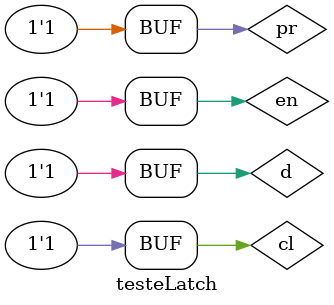
<source format=v>


//-----------------
//Module latchD
//-----------------

module latchD ( q, q_bar, d, en, pr, cl );
	
output q, q_bar;
input  d, en, pr, cl;
	
wire aux1, aux2;
	
nand NAND1 ( aux1, d, en );
nand NAND2 ( aux2, ~d, en );
nand NAND3 ( q, aux1, pr, q_bar ); 
nand NAND4 ( q_bar, aux2, cl, q );
	
endmodule

//-----------------------
//-- TESTE LatchD
//-----------------------
module testeLatch;
	
wire      q, q_bar;
reg       d, en, pr, cl;
	
latchD      L1 ( q, q_bar, d, en, pr, cl );
	
initial begin
		
	$display ("Bruno Calil Nicoliello Moreira - 405790");
	$display("Guia 10 - Ex 05");
	$display ("\nLatch D\n");
	$display ("d   en   pr  cl =  q   q_bar" );
	$monitor("%b   %b    %b   %b  =  %b   %b",d, en, pr, cl, q, q_bar);
	#1	 d = 0; en = 0; pr = 0; cl = 0;
	#1  d = 0; en = 0; pr = 0; cl = 1;
	#1  d = 0; en = 0; pr = 1; cl = 0;
	#1  d = 0; en = 0; pr = 1; cl = 1; 
	#1	 d = 0; en = 1; pr = 0; cl = 1;
	#1	 d = 0; en = 1; pr = 1; cl = 0;
	#1	 d = 1; en = 1; pr = 1; cl = 1;
	#1	 d = 0; en = 1; pr = 1; cl = 1;
	#1  d = 0; en = 1; pr = 1; cl = 1;
	#1	 d = 1; en = 1; pr = 1; cl = 1;
		
	end	

endmodule
</source>
